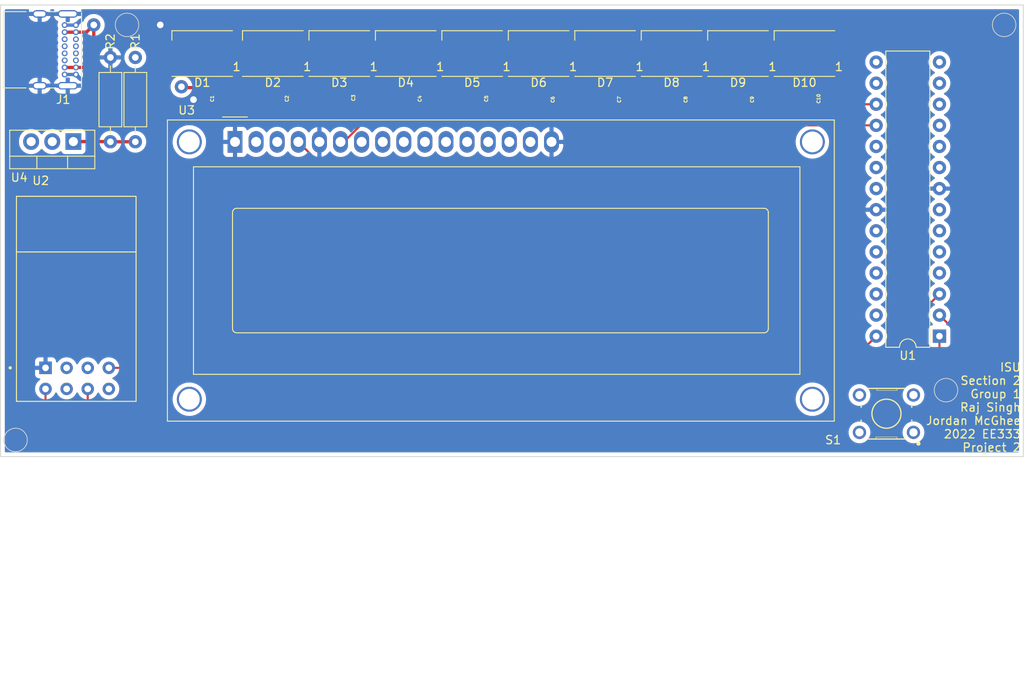
<source format=kicad_pcb>
(kicad_pcb (version 20211014) (generator pcbnew)
  (layers (0 "F.Cu" signal) (1 "In1.Cu" signal) (2 "In2.Cu" signal) (31 "B.Cu" signal) (34 "B.Paste" user) (35 "F.Paste" user) (36 "B.SilkS" user "B.Silkscreen") (37 "F.SilkS" user "F.Silkscreen") (38 "B.Mask" user) (39 "F.Mask" user) (44 "Edge.Cuts" user))
  (net 0 "")
  (net 1 "GND")
  (net 2 "+3.3V")
  (net 3 "Net-(D1-Pad2)")
  (net 4 "/LED")
  (net 5 "Net-(D3-Pad2)")
  (net 6 "Net-(D4-Pad2)")
  (net 7 "Net-(D2-Pad2)")
  (net 8 "Net-(D5-Pad2)")
  (net 9 "Net-(D6-Pad2)")
  (net 10 "Net-(D8-Pad2)")
  (net 11 "+5V")
  (net 12 "Net-(D7-Pad2)")
  (net 14 "Net-(D10-Pad4)")
  (net 23 "/RESET")
  (net 24 "/RX")
  (net 25 "/TX")
  (net 26 "/D3")
  (net 27 "/D2")
  (net 28 "/D1")
  (net 29 "Net-(R1-Pad2)")
  (net 32 "/D0")
  (net 33 "/Button")
  (net 42 "/E")
  (net 43 "/RS")
  (footprint "CAPC2012X140N:CAPC2012X140N" (layer "F.Cu") (at 162.55 46.555 90)
    (fp_text reference "C8" (at -0.44 -1.3 90) (layer "F.SilkS") (effects (font (size 0.393701 0.393701))))
    (fp_text value ".01uf")
    (pad "1" smd rect locked (at -0.895 0 90) (size 1.08 1.42) (layers "F.Cu" "F.Paste" "F.Mask") (net 1 "GND"))
    (pad "2" smd rect locked (at 0.895 0 90) (size 1.08 1.42) (layers "F.Cu" "F.Paste" "F.Mask") (net 2 "+3.3V"))
  )
  (footprint "LED_SMD:LED_WS2812B_PLCC4_5.0x5.0mm_P3.2mm" (layer "F.Cu") (at 135.55 41.45 180)
    (fp_text reference "D5" (at 0 -3.5) (layer "F.SilkS"))
    (fp_text value "WS2812B")
    (fp_text user "1" (at -4.15 -1.6) (layer "F.SilkS"))
    (fp_line (start -3.65 -2.75) (end 3.65 -2.75) (layer "F.SilkS") (width 0.12))
    (fp_line (start -3.65 2.75) (end 3.65 2.75) (layer "F.SilkS") (width 0.12))
    (fp_line (start 3.65 2.75) (end 3.65 1.6) (layer "F.SilkS") (width 0.12))
    (pad "1" smd rect (at -2.45 -1.65 180) (size 1.5 0.9) (layers "F.Cu" "F.Paste" "F.Mask") (net 2 "+3.3V"))
    (pad "2" smd rect (at -2.45 1.65 180) (size 1.5 0.9) (layers "F.Cu" "F.Paste" "F.Mask") (net 8 "Net-(D5-Pad2)"))
    (pad "3" smd rect (at 2.45 1.65 180) (size 1.5 0.9) (layers "F.Cu" "F.Paste" "F.Mask") (net 1 "GND"))
    (pad "4" smd rect (at 2.45 -1.65 180) (size 1.5 0.9) (layers "F.Cu" "F.Paste" "F.Mask") (net 6 "Net-(D4-Pad2)"))
  )
  (footprint "LED_SMD:LED_WS2812B_PLCC4_5.0x5.0mm_P3.2mm" (layer "F.Cu") (at 119.55 41.45 180)
    (fp_text reference "D3" (at 0 -3.5) (layer "F.SilkS"))
    (fp_text value "WS2812B")
    (fp_text user "1" (at -4.15 -1.6) (layer "F.SilkS"))
    (fp_line (start -3.65 2.75) (end 3.65 2.75) (layer "F.SilkS") (width 0.12))
    (fp_line (start 3.65 2.75) (end 3.65 1.6) (layer "F.SilkS") (width 0.12))
    (fp_line (start -3.65 -2.75) (end 3.65 -2.75) (layer "F.SilkS") (width 0.12))
    (pad "1" smd rect (at -2.45 -1.65 180) (size 1.5 0.9) (layers "F.Cu" "F.Paste" "F.Mask") (net 2 "+3.3V"))
    (pad "2" smd rect (at -2.45 1.65 180) (size 1.5 0.9) (layers "F.Cu" "F.Paste" "F.Mask") (net 5 "Net-(D3-Pad2)"))
    (pad "3" smd rect (at 2.45 1.65 180) (size 1.5 0.9) (layers "F.Cu" "F.Paste" "F.Mask") (net 1 "GND"))
    (pad "4" smd rect (at 2.45 -1.65 180) (size 1.5 0.9) (layers "F.Cu" "F.Paste" "F.Mask") (net 7 "Net-(D2-Pad2)"))
  )
  (footprint "CAPC2012X140N:CAPC2012X140N" (layer "F.Cu") (at 114.55 46.45 90)
    (fp_text reference "C2" (at -0.44 -1.3 90) (layer "F.SilkS") (effects (font (size 0.393701 0.393701))))
    (fp_text value ".01uf")
    (pad "1" smd rect locked (at -0.895 0 90) (size 1.08 1.42) (layers "F.Cu" "F.Paste" "F.Mask") (net 1 "GND"))
    (pad "2" smd rect locked (at 0.895 0 90) (size 1.08 1.42) (layers "F.Cu" "F.Paste" "F.Mask") (net 2 "+3.3V"))
  )
  (footprint "CAPC2012X140N:CAPC2012X140N" (layer "F.Cu") (at 154.55 46.555 90)
    (fp_text reference "C7" (at -0.44 -1.3 90) (layer "F.SilkS") (effects (font (size 0.393701 0.393701))))
    (fp_text value ".01uf")
    (pad "1" smd rect locked (at -0.895 0 90) (size 1.08 1.42) (layers "F.Cu" "F.Paste" "F.Mask") (net 1 "GND"))
    (pad "2" smd rect locked (at 0.895 0 90) (size 1.08 1.42) (layers "F.Cu" "F.Paste" "F.Mask") (net 2 "+3.3V"))
  )
  (footprint "Package_TO_SOT_THT:TO-220-3_Vertical" (layer "F.Cu") (at 87.54 52.055 180)
    (fp_text reference "U4" (at 6.514 -4.333) (layer "F.SilkS"))
    (fp_text value "LM317")
    (fp_line (start -2.58 -3.27) (end -2.58 1.371) (layer "F.SilkS") (width 0.12))
    (fp_line (start 4.391 -3.27) (end 4.391 -1.76) (layer "F.SilkS") (width 0.12))
    (fp_line (start -2.58 -1.76) (end 7.66 -1.76) (layer "F.SilkS") (width 0.12))
    (fp_line (start 7.66 -3.27) (end 7.66 1.371) (layer "F.SilkS") (width 0.12))
    (fp_line (start -2.58 -3.27) (end 7.66 -3.27) (layer "F.SilkS") (width 0.12))
    (fp_line (start -2.58 1.371) (end 7.66 1.371) (layer "F.SilkS") (width 0.12))
    (fp_line (start 0.69 -3.27) (end 0.69 -1.76) (layer "F.SilkS") (width 0.12))
    (pad "1" thru_hole rect (at 0 0 180) (size 1.905 2) (drill 1.1) (layers *.Cu *.Mask) (net 29 "Net-(R1-Pad2)"))
    (pad "2" thru_hole oval (at 2.54 0 180) (size 1.905 2) (drill 1.1) (layers *.Cu *.Mask) (net 2 "+3.3V"))
    (pad "3" thru_hole oval (at 5.08 0 180) (size 1.905 2) (drill 1.1) (layers *.Cu *.Mask) (net 11 "+5V"))
  )
  (footprint "LED_SMD:LED_WS2812B_PLCC4_5.0x5.0mm_P3.2mm" (layer "F.Cu") (at 143.55 41.45 180)
    (fp_text reference "D6" (at 0 -3.5) (layer "F.SilkS"))
    (fp_text value "WS2812B")
    (fp_text user "1" (at -4.15 -1.6) (layer "F.SilkS"))
    (fp_line (start -3.65 -2.75) (end 3.65 -2.75) (layer "F.SilkS") (width 0.12))
    (fp_line (start -3.65 2.75) (end 3.65 2.75) (layer "F.SilkS") (width 0.12))
    (fp_line (start 3.65 2.75) (end 3.65 1.6) (layer "F.SilkS") (width 0.12))
    (pad "1" smd rect (at -2.45 -1.65 180) (size 1.5 0.9) (layers "F.Cu" "F.Paste" "F.Mask") (net 2 "+3.3V"))
    (pad "2" smd rect (at -2.45 1.65 180) (size 1.5 0.9) (layers "F.Cu" "F.Paste" "F.Mask") (net 9 "Net-(D6-Pad2)"))
    (pad "3" smd rect (at 2.45 1.65 180) (size 1.5 0.9) (layers "F.Cu" "F.Paste" "F.Mask") (net 1 "GND"))
    (pad "4" smd rect (at 2.45 -1.65 180) (size 1.5 0.9) (layers "F.Cu" "F.Paste" "F.Mask") (net 8 "Net-(D5-Pad2)"))
  )
  (footprint "LED_SMD:LED_WS2812B_PLCC4_5.0x5.0mm_P3.2mm" (layer "F.Cu") (at 167.55 41.45 180)
    (fp_text reference "D9" (at 0 -3.5) (layer "F.SilkS"))
    (fp_text value "WS2812B")
    (fp_text user "1" (at -4.15 -1.6) (layer "F.SilkS"))
    (fp_line (start -3.65 2.75) (end 3.65 2.75) (layer "F.SilkS") (width 0.12))
    (fp_line (start -3.65 -2.75) (end 3.65 -2.75) (layer "F.SilkS") (width 0.12))
    (fp_line (start 3.65 2.75) (end 3.65 1.6) (layer "F.SilkS") (width 0.12))
    (pad "1" smd rect (at -2.45 -1.65 180) (size 1.5 0.9) (layers "F.Cu" "F.Paste" "F.Mask") (net 2 "+3.3V"))
    (pad "2" smd rect (at -2.45 1.65 180) (size 1.5 0.9) (layers "F.Cu" "F.Paste" "F.Mask") (net 14 "Net-(D10-Pad4)"))
    (pad "3" smd rect (at 2.45 1.65 180) (size 1.5 0.9) (layers "F.Cu" "F.Paste" "F.Mask") (net 1 "GND"))
    (pad "4" smd rect (at 2.45 -1.65 180) (size 1.5 0.9) (layers "F.Cu" "F.Paste" "F.Mask") (net 10 "Net-(D8-Pad2)"))
  )
  (footprint "ESP8266-01_ESP-01:XCVR_ESP8266-01_ESP-01" (layer "F.Cu") (at 88 71)
    (fp_text reference "U2" (at -4.385 -14.235) (layer "F.SilkS"))
    (fp_text value "ESP8266")
    (fp_line (start 7.09 12.35) (end -7.31 12.35) (layer "F.SilkS") (width 0.127))
    (fp_line (start -7.31 12.35) (end -7.31 -5.65) (layer "F.SilkS") (width 0.127))
    (fp_line (start -7.31 -12.35) (end 7.09 -12.35) (layer "F.SilkS") (width 0.127))
    (fp_line (start 7.09 -12.35) (end 7.09 -5.65) (layer "F.SilkS") (width 0.127))
    (fp_line (start 7.09 -5.65) (end 7.09 12.35) (layer "F.SilkS") (width 0.127))
    (fp_line (start 7.09 -5.65) (end -7.31 -5.65) (layer "F.SilkS") (width 0.127))
    (fp_line (start -7.31 -5.65) (end -7.31 -12.35) (layer "F.SilkS") (width 0.127))
    (fp_circle (center -8.06 8.31) (end -7.96 8.31) (layer "F.SilkS") (width 0.2) (fill none))
    (pad "1" thru_hole rect locked (at -3.81 8.31) (size 1.5 1.5) (drill 0.8) (layers *.Cu *.Mask) (net 1 "GND"))
    (pad "2" thru_hole circle locked (at -1.27 8.31) (size 1.5 1.5) (drill 0.8) (layers *.Cu *.Mask))
    (pad "3" thru_hole circle locked (at 1.27 8.31) (size 1.5 1.5) (drill 0.8) (layers *.Cu *.Mask))
    (pad "4" thru_hole circle locked (at 3.81 8.31) (size 1.5 1.5) (drill 0.8) (layers *.Cu *.Mask) (net 25 "/TX"))
    (pad "5" thru_hole circle locked (at -3.81 10.85) (size 1.5 1.5) (drill 0.8) (layers *.Cu *.Mask) (net 24 "/RX"))
    (pad "6" thru_hole circle locked (at -1.27 10.85) (size 1.5 1.5) (drill 0.8) (layers *.Cu *.Mask) (net 2 "+3.3V"))
    (pad "7" thru_hole circle locked (at 1.27 10.85) (size 1.5 1.5) (drill 0.8) (layers *.Cu *.Mask) (net 23 "/RESET"))
    (pad "8" thru_hole circle locked (at 3.81 10.85) (size 1.5 1.5) (drill 0.8) (layers *.Cu *.Mask) (net 2 "+3.3V"))
  )
  (footprint "LED_SMD:LED_WS2812B_PLCC4_5.0x5.0mm_P3.2mm" (layer "F.Cu") (at 175.55 41.45 180)
    (fp_text reference "D10" (at 0 -3.5) (layer "F.SilkS"))
    (fp_text value "WS2812B")
    (fp_text user "1" (at -4.15 -1.6) (layer "F.SilkS"))
    (fp_line (start -3.65 2.75) (end 3.65 2.75) (layer "F.SilkS") (width 0.12))
    (fp_line (start -3.65 -2.75) (end 3.65 -2.75) (layer "F.SilkS") (width 0.12))
    (fp_line (start 3.65 2.75) (end 3.65 1.6) (layer "F.SilkS") (width 0.12))
    (pad "1" smd rect (at -2.45 -1.65 180) (size 1.5 0.9) (layers "F.Cu" "F.Paste" "F.Mask") (net 2 "+3.3V"))
    (pad "2" smd rect (at -2.45 1.65 180) (size 1.5 0.9) (layers "F.Cu" "F.Paste" "F.Mask"))
    (pad "3" smd rect (at 2.45 1.65 180) (size 1.5 0.9) (layers "F.Cu" "F.Paste" "F.Mask") (net 1 "GND"))
    (pad "4" smd rect (at 2.45 -1.65 180) (size 1.5 0.9) (layers "F.Cu" "F.Paste" "F.Mask") (net 14 "Net-(D10-Pad4)"))
  )
  (footprint "CAPC2012X140N:CAPC2012X140N" (layer "F.Cu") (at 122.55 46.345 90)
    (fp_text reference "C3" (at -0.44 -1.3 90) (layer "F.SilkS") (effects (font (size 0.393701 0.393701))))
    (fp_text value ".01uf")
    (pad "1" smd rect locked (at -0.895 0 90) (size 1.08 1.42) (layers "F.Cu" "F.Paste" "F.Mask") (net 1 "GND"))
    (pad "2" smd rect locked (at 0.895 0 90) (size 1.08 1.42) (layers "F.Cu" "F.Paste" "F.Mask") (net 2 "+3.3V"))
  )
  (footprint "LED_SMD:LED_WS2812B_PLCC4_5.0x5.0mm_P3.2mm" (layer "F.Cu") (at 151.55 41.45 180)
    (fp_text reference "D7" (at 0 -3.5) (layer "F.SilkS"))
    (fp_text value "WS2812B")
    (fp_text user "1" (at -4.15 -1.6) (layer "F.SilkS"))
    (fp_line (start 3.65 2.75) (end 3.65 1.6) (layer "F.SilkS") (width 0.12))
    (fp_line (start -3.65 -2.75) (end 3.65 -2.75) (layer "F.SilkS") (width 0.12))
    (fp_line (start -3.65 2.75) (end 3.65 2.75) (layer "F.SilkS") (width 0.12))
    (pad "1" smd rect (at -2.45 -1.65 180) (size 1.5 0.9) (layers "F.Cu" "F.Paste" "F.Mask") (net 2 "+3.3V"))
    (pad "2" smd rect (at -2.45 1.65 180) (size 1.5 0.9) (layers "F.Cu" "F.Paste" "F.Mask") (net 12 "Net-(D7-Pad2)"))
    (pad "3" smd rect (at 2.45 1.65 180) (size 1.5 0.9) (layers "F.Cu" "F.Paste" "F.Mask") (net 1 "GND"))
    (pad "4" smd rect (at 2.45 -1.65 180) (size 1.5 0.9) (layers "F.Cu" "F.Paste" "F.Mask") (net 9 "Net-(D6-Pad2)"))
  )
  (footprint "Display:WC1602A" (layer "F.Cu") (at 107 52.0925)
    (fp_text reference "U3" (at -5.82 -3.81) (layer "F.SilkS"))
    (fp_text value "WC1602A")
    (fp_line (start 64.2 8.5) (end 64.2 22.5) (layer "F.SilkS") (width 0.12))
    (fp_line (start -8.14 33.64) (end 72.14 33.64) (layer "F.SilkS") (width 0.12))
    (fp_line (start -5 28) (end -5 3) (layer "F.SilkS") (width 0.12))
    (fp_line (start 68 3) (end 68 28) (layer "F.SilkS") (width 0.12))
    (fp_line (start -1.5 -3) (end 1.5 -3) (layer "F.SilkS") (width 0.12))
    (fp_line (start 72.14 33.64) (end 72.14 -2.64) (layer "F.SilkS") (width 0.12))
    (fp_line (start -8.14 -2.64) (end -8.14 33.64) (layer "F.SilkS") (width 0.12))
    (fp_line (start 63.70066 23) (end 0.2 23) (layer "F.SilkS") (width 0.12))
    (fp_line (start 72.14 -2.64) (end -7.34 -2.64) (layer "F.SilkS") (width 0.12))
    (fp_line (start 0.2 8) (end 63.7 8) (layer "F.SilkS") (width 0.12))
    (fp_line (start -5 3) (end 68 3) (layer "F.SilkS") (width 0.12))
    (fp_line (start 68 28) (end -5 28) (layer "F.SilkS") (width 0.12))
    (fp_line (start -0.29972 22.49932) (end -0.29972 8.5) (layer "F.SilkS") (width 0.12))
    (fp_line (start -8.13 -2.64) (end -7.34 -2.64) (layer "F.SilkS") (width 0.12))
    (fp_arc (start 0.20066 22.9997) (mid -0.153162 22.853142) (end -0.29972 22.49932) (layer "F.SilkS") (width 0.12))
    (fp_arc (start -0.29972 8.49884) (mid -0.153162 8.145018) (end 0.20066 7.99846) (layer "F.SilkS") (width 0.12))
    (fp_arc (start 63.7 8) (mid 64.053553 8.146447) (end 64.2 8.5) (layer "F.SilkS") (width 0.12))
    (fp_arc (start 64.20104 22.49932) (mid 64.054479 22.85315) (end 63.70066 22.9997) (layer "F.SilkS") (width 0.12))
    (pad "" thru_hole circle (at -5.4991 0) (size 3 3) (drill 2.5) (layers *.Cu *.Mask))
    (pad "" thru_hole circle (at -5.4991 31.0007) (size 3 3) (drill 2.5) (layers *.Cu *.Mask))
    (pad "" thru_hole circle (at 69.49948 31.0007) (size 3 3) (drill 2.5) (layers *.Cu *.Mask))
    (pad "" thru_hole circle (at 69.5 0) (size 3 3) (drill 2.5) (layers *.Cu *.Mask))
    (pad "1" thru_hole rect (at 0 0) (size 1.8 2.6) (drill 1.2) (layers *.Cu *.Mask) (net 1 "GND"))
    (pad "2" thru_hole oval (at 2.54 0) (size 1.8 2.6) (drill 1.2) (layers *.Cu *.Mask) (net 11 "+5V"))
    (pad "3" thru_hole oval (at 5.08 0) (size 1.8 2.6) (drill 1.2) (layers *.Cu *.Mask) (net 11 "+5V"))
    (pad "4" thru_hole oval (at 7.62 0) (size 1.8 2.6) (drill 1.2) (layers *.Cu *.Mask) (net 43 "/RS"))
    (pad "5" thru_hole oval (at 10.16 0) (size 1.8 2.6) (drill 1.2) (layers *.Cu *.Mask) (net 1 "GND"))
    (pad "6" thru_hole oval (at 12.7 0) (size 1.8 2.6) (drill 1.2) (layers *.Cu *.Mask) (net 42 "/E"))
    (pad "7" thru_hole oval (at 15.24 0) (size 1.8 2.6) (drill 1.2) (layers *.Cu *.Mask))
    (pad "8" thru_hole oval (at 17.78 0) (size 1.8 2.6) (drill 1.2) (layers *.Cu *.Mask))
    (pad "9" thru_hole oval (at 20.32 0) (size 1.8 2.6) (drill 1.2) (layers *.Cu *.Mask))
    (pad "10" thru_hole oval (at 22.86 0) (size 1.8 2.6) (drill 1.2) (layers *.Cu *.Mask))
    (pad "11" thru_hole oval (at 25.4 0) (size 1.8 2.6) (drill 1.2) (layers *.Cu *.Mask) (net 32 "/D0"))
    (pad "12" thru_hole oval (at 27.94 0) (size 1.8 2.6) (drill 1.2) (layers *.Cu *.Mask) (net 28 "/D1"))
    (pad "13" thru_hole oval (at 30.48 0) (size 1.8 2.6) (drill 1.2) (layers *.Cu *.Mask) (net 27 "/D2"))
    (pad "14" thru_hole oval (at 33.02 0) (size 1.8 2.6) (drill 1.2) (layers *.Cu *.Mask) (net 26 "/D3"))
    (pad "15" thru_hole oval (at 35.56 0) (size 1.8 2.6) (drill 1.2) (layers *.Cu *.Mask) (net 2 "+3.3V"))
    (pad "16" thru_hole oval (at 38.1 0) (size 1.8 2.6) (drill 1.2) (layers *.Cu *.Mask) (net 1 "GND"))
  )
  (footprint "CAPC2012X140N:CAPC2012X140N" (layer "F.Cu") (at 105.55 46.45 90)
    (fp_text reference "C1" (at -0.44 -1.3 90) (layer "F.SilkS") (effects (font (size 0.393701 0.393701))))
    (fp_text value ".01uf")
    (pad "1" smd rect locked (at -0.895 0 90) (size 1.08 1.42) (layers "F.Cu" "F.Paste" "F.Mask") (net 1 "GND"))
    (pad "2" smd rect locked (at 0.895 0 90) (size 1.08 1.42) (layers "F.Cu" "F.Paste" "F.Mask") (net 2 "+3.3V"))
  )
  (footprint "CAPC2012X140N:CAPC2012X140N" (layer "F.Cu") (at 146.55 46.555 90)
    (fp_text reference "C6" (at -0.44 -1.3 90) (layer "F.SilkS") (effects (font (size 0.393701 0.393701))))
    (fp_text value ".01uf")
    (pad "1" smd rect locked (at -0.895 0 90) (size 1.08 1.42) (layers "F.Cu" "F.Paste" "F.Mask") (net 1 "GND"))
    (pad "2" smd rect locked (at 0.895 0 90) (size 1.08 1.42) (layers "F.Cu" "F.Paste" "F.Mask") (net 2 "+3.3V"))
  )
  (footprint "LED_SMD:LED_WS2812B_PLCC4_5.0x5.0mm_P3.2mm" (layer "F.Cu") (at 111.55 41.45 180)
    (fp_text reference "D2" (at 0 -3.5) (layer "F.SilkS"))
    (fp_text value "WS2812B")
    (fp_text user "1" (at -4.15 -1.6) (layer "F.SilkS"))
    (fp_line (start 3.65 2.75) (end 3.65 1.6) (layer "F.SilkS") (width 0.12))
    (fp_line (start -3.65 -2.75) (end 3.65 -2.75) (layer "F.SilkS") (width 0.12))
    (fp_line (start -3.65 2.75) (end 3.65 2.75) (layer "F.SilkS") (width 0.12))
    (pad "1" smd rect (at -2.45 -1.65 180) (size 1.5 0.9) (layers "F.Cu" "F.Paste" "F.Mask") (net 2 "+3.3V"))
    (pad "2" smd rect (at -2.45 1.65 180) (size 1.5 0.9) (layers "F.Cu" "F.Paste" "F.Mask") (net 7 "Net-(D2-Pad2)"))
    (pad "3" smd rect (at 2.45 1.65 180) (size 1.5 0.9) (layers "F.Cu" "F.Paste" "F.Mask") (net 1 "GND"))
    (pad "4" smd rect (at 2.45 -1.65 180) (size 1.5 0.9) (layers "F.Cu" "F.Paste" "F.Mask") (net 3 "Net-(D1-Pad2)"))
  )
  (footprint "Package_DIP:DIP-28_W7.62mm" (layer "F.Cu") (at 191.8 75.5 180)
    (fp_text reference "U1" (at 3.81 -2.33) (layer "F.SilkS"))
    (fp_text value "ATmega328P")
    (fp_line (start 6.46 -1.33) (end 4.81 -1.33) (layer "F.SilkS") (width 0.12))
    (fp_line (start 6.46 34.35) (end 6.46 -1.33) (layer "F.SilkS") (width 0.12))
    (fp_line (start 1.16 34.35) (end 6.46 34.35) (layer "F.SilkS") (width 0.12))
    (fp_line (start 1.16 -1.33) (end 1.16 34.35) (layer "F.SilkS") (width 0.12))
    (fp_line (start 2.81 -1.33) (end 1.16 -1.33) (layer "F.SilkS") (width 0.12))
    (fp_arc (start 4.81 -1.33) (mid 3.81 -0.33) (end 2.81 -1.33) (layer "F.SilkS") (width 0.12))
    (pad "1" thru_hole rect (at 0 0 180) (size 1.6 1.6) (drill 0.8) (layers *.Cu *.Mask) (net 23 "/RESET"))
    (pad "2" thru_hole oval (at 0 2.54 180) (size 1.6 1.6) (drill 0.8) (layers *.Cu *.Mask) (net 24 "/RX"))
    (pad "3" thru_hole oval (at 0 5.08 180) (size 1.6 1.6) (drill 0.8) (layers *.Cu *.Mask) (net 25 "/TX"))
    (pad "4" thru_hole oval (at 0 7.62 180) (size 1.6 1.6) (drill 0.8) (layers *.Cu *.Mask) (net 26 "/D3"))
    (pad "5" thru_hole oval (at 0 10.16 180) (size 1.6 1.6) (drill 0.8) (layers *.Cu *.Mask) (net 27 "/D2"))
    (pad "6" thru_hole oval (at 0 12.7 180) (size 1.6 1.6) (drill 0.8) (layers *.Cu *.Mask) (net 28 "/D1"))
    (pad "7" thru_hole oval (at 0 15.24 180) (size 1.6 1.6) (drill 0.8) (layers *.Cu *.Mask) (net 11 "+5V"))
    (pad "8" thru_hole oval (at 0 17.78 180) (size 1.6 1.6) (drill 0.8) (layers *.Cu *.Mask) (net 1 "GND"))
    (pad "9" thru_hole oval (at 0 20.32 180) (size 1.6 1.6) (drill 0.8) (layers *.Cu *.Mask))
    (pad "10" thru_hole oval (at 0 22.86 180) (size 1.6 1.6) (drill 0.8) (layers *.Cu *.Mask))
    (pad "11" thru_hole oval (at 0 25.4 180) (size 1.6 1.6) (drill 0.8) (layers *.Cu *.Mask) (net 32 "/D0"))
    (pad "12" thru_hole oval (at 0 27.94 180) (size 1.6 1.6) (drill 0.8) (layers *.Cu *.Mask) (net 33 "/Button"))
    (pad "13" thru_hole oval (at 0 30.48 180) (size 1.6 1.6) (drill 0.8) (layers *.Cu *.Mask))
    (pad "14" thru_hole oval (at 0 33.02 180) (size 1.6 1.6) (drill 0.8) (layers *.Cu *.Mask))
    (pad "15" thru_hole oval (at 7.62 33.02 180) (size 1.6 1.6) (drill 0.8) (layers *.Cu *.Mask))
    (pad "16" thru_hole oval (at 7.62 30.48 180) (size 1.6 1.6) (drill 0.8) (layers *.Cu *.Mask))
    (pad "17" thru_hole oval (at 7.62 27.94 180) (size 1.6 1.6) (drill 0.8) (layers *.Cu *.Mask) (net 42 "/E"))
    (pad "18" thru_hole oval (at 7.62 25.4 180) (size 1.6 1.6) (drill 0.8) (layers *.Cu *.Mask) (net 43 "/RS"))
    (pad "19" thru_hole oval (at 7.62 22.86 180) (size 1.6 1.6) (drill 0.8) (layers *.Cu *.Mask))
    (pad "20" thru_hole oval (at 7.62 20.32 180) (size 1.6 1.6) (drill 0.8) (layers *.Cu *.Mask) (net 11 "+5V"))
    (pad "21" thru_hole oval (at 7.62 17.78 180) (size 1.6 1.6) (drill 0.8) (layers *.Cu *.Mask))
    (pad "22" thru_hole oval (at 7.62 15.24 180) (size 1.6 1.6) (drill 0.8) (layers *.Cu *.Mask) (net 1 "GND"))
    (pad "23" thru_hole oval (at 7.62 12.7 180) (size 1.6 1.6) (drill 0.8) (layers *.Cu *.Mask))
    (pad "24" thru_hole oval (at 7.62 10.16 180) (size 1.6 1.6) (drill 0.8) (layers *.Cu *.Mask))
    (pad "25" thru_hole oval (at 7.62 7.62 180) (size 1.6 1.6) (drill 0.8) (layers *.Cu *.Mask))
    (pad "26" thru_hole oval (at 7.62 5.08 180) (size 1.6 1.6) (drill 0.8) (layers *.Cu *.Mask))
    (pad "27" thru_hole oval (at 7.62 2.54 180) (size 1.6 1.6) (drill 0.8) (layers *.Cu *.Mask))
    (pad "28" thru_hole oval (at 7.62 0 180) (size 1.6 1.6) (drill 0.8) (layers *.Cu *.Mask) (net 4 "/LED"))
  )
  (footprint "CAPC2012X140N:CAPC2012X140N" (layer "F.Cu") (at 170.55 46.555 90)
    (fp_text reference "C9" (at -0.44 -1.3 90) (layer "F.SilkS") (effects (font (size 0.393701 0.393701))))
    (fp_text value ".01uf")
    (pad "1" smd rect locked (at -0.895 0 90) (size 1.08 1.42) (layers "F.Cu" "F.Paste" "F.Mask") (net 1 "GND"))
    (pad "2" smd rect locked (at 0.895 0 90) (size 1.08 1.42) (layers "F.Cu" "F.Paste" "F.Mask") (net 2 "+3.3V"))
  )
  (footprint "Resistor_THT:R_Axial_DIN0207_L6.3mm_D2.5mm_P10.16mm_Horizontal" (layer "F.Cu") (at 95 41.92 -90)
    (fp_text reference "R1" (at -1.92 0 90) (layer "F.SilkS"))
    (fp_text value "470")
    (fp_line (start 9.12 0) (end 8.35 0) (layer "F.SilkS") (width 0.12))
    (fp_line (start 8.35 -1.37) (end 1.81 -1.37) (layer "F.SilkS") (width 0.12))
    (fp_line (start 8.35 1.37) (end 8.35 -1.37) (layer "F.SilkS") (width 0.12))
    (fp_line (start 1.81 1.37) (end 8.35 1.37) (layer "F.SilkS") (width 0.12))
    (fp_line (start 1.81 -1.37) (end 1.81 1.37) (layer "F.SilkS") (width 0.12))
    (fp_line (start 1.04 0) (end 1.81 0) (layer "F.SilkS") (width 0.12))
    (pad "1" thru_hole circle (at 0 0 270) (size 1.6 1.6) (drill 0.8) (layers *.Cu *.Mask) (net 2 "+3.3V"))
    (pad "2" thru_hole oval (at 10.16 0 270) (size 1.6 1.6) (drill 0.8) (layers *.Cu *.Mask) (net 29 "Net-(R1-Pad2)"))
  )
  (footprint "CAPC2012X140N:CAPC2012X140N" (layer "F.Cu") (at 138.55 46.45 90)
    (fp_text reference "C5" (at -0.44 -1.3 90) (layer "F.SilkS") (effects (font (size 0.393701 0.393701))))
    (fp_text value ".01uf")
    (pad "1" smd rect locked (at -0.895 0 90) (size 1.08 1.42) (layers "F.Cu" "F.Paste" "F.Mask") (net 1 "GND"))
    (pad "2" smd rect locked (at 0.895 0 90) (size 1.08 1.42) (layers "F.Cu" "F.Paste" "F.Mask") (net 2 "+3.3V"))
  )
  (footprint "LED_SMD:LED_WS2812B_PLCC4_5.0x5.0mm_P3.2mm" (layer "F.Cu") (at 103.05 41.45 180)
    (fp_text reference "D1" (at 0 -3.5) (layer "F.SilkS"))
    (fp_text value "WS2812B")
    (fp_text user "1" (at -4.15 -1.6) (layer "F.SilkS"))
    (fp_line (start 3.65 2.75) (end 3.65 1.6) (layer "F.SilkS") (width 0.12))
    (fp_line (start -3.65 -2.75) (end 3.65 -2.75) (layer "F.SilkS") (width 0.12))
    (fp_line (start -3.65 2.75) (end 3.65 2.75) (layer "F.SilkS") (width 0.12))
    (pad "1" smd rect (at -2.45 -1.65 180) (size 1.5 0.9) (layers "F.Cu" "F.Paste" "F.Mask") (net 2 "+3.3V"))
    (pad "2" smd rect (at -2.45 1.65 180) (size 1.5 0.9) (layers "F.Cu" "F.Paste" "F.Mask") (net 3 "Net-(D1-Pad2)"))
    (pad "3" smd rect (at 2.45 1.65 180) (size 1.5 0.9) (layers "F.Cu" "F.Paste" "F.Mask") (net 1 "GND"))
    (pad "4" smd rect (at 2.45 -1.65 180) (size 1.5 0.9) (layers "F.Cu" "F.Paste" "F.Mask") (net 4 "/LED"))
  )
  (footprint "CAPC2012X140N:CAPC2012X140N" (layer "F.Cu") (at 130.55 46.45 90)
    (fp_text reference "C4" (at -0.44 -1.3 90) (layer "F.SilkS") (effects (font (size 0.393701 0.393701))))
    (fp_text value ".01uf")
    (pad "1" smd rect locked (at -0.895 0 90) (size 1.08 1.42) (layers "F.Cu" "F.Paste" "F.Mask") (net 1 "GND"))
    (pad "2" smd rect locked (at 0.895 0 90) (size 1.08 1.42) (layers "F.Cu" "F.Paste" "F.Mask") (net 2 "+3.3V"))
  )
  (footprint "Resistor_THT:R_Axial_DIN0207_L6.3mm_D2.5mm_P10.16mm_Horizontal" (layer "F.Cu") (at 92 52.08 90)
    (fp_text reference "R2" (at 12.08 0 90) (layer "F.SilkS"))
    (fp_text value "680")
    (fp_line (start 1.81 1.37) (end 8.35 1.37) (layer "F.SilkS") (width 0.12))
    (fp_line (start 1.04 0) (end 1.81 0) (layer "F.SilkS") (width 0.12))
    (fp_line (start 9.12 0) (end 8.35 0) (layer "F.SilkS") (width 0.12))
    (fp_line (start 8.35 -1.37) (end 1.81 -1.37) (layer "F.SilkS") (width 0.12))
    (fp_line (start 1.81 -1.37) (end 1.81 1.37) (layer "F.SilkS") (width 0.12))
    (fp_line (start 8.35 1.37) (end 8.35 -1.37) (layer "F.SilkS") (width 0.12))
    (pad "1" thru_hole circle (at 0 0 90) (size 1.6 1.6) (drill 0.8) (layers *.Cu *.Mask) (net 29 "Net-(R1-Pad2)"))
    (pad "2" thru_hole oval (at 10.16 0 90) (size 1.6 1.6) (drill 0.8) (layers *.Cu *.Mask) (net 1 "GND"))
  )
  (footprint "LED_SMD:LED_WS2812B_PLCC4_5.0x5.0mm_P3.2mm" (layer "F.Cu") (at 159.55 41.45 180)
    (fp_text reference "D8" (at 0 -3.5) (layer "F.SilkS"))
    (fp_text value "WS2812B")
    (fp_text user "1" (at -4.15 -1.6) (layer "F.SilkS"))
    (fp_line (start -3.65 2.75) (end 3.65 2.75) (layer "F.SilkS") (width 0.12))
    (fp_line (start 3.65 2.75) (end 3.65 1.6) (layer "F.SilkS") (width 0.12))
    (fp_line (start -3.65 -2.75) (end 3.65 -2.75) (layer "F.SilkS") (width 0.12))
    (pad "1" smd rect (at -2.45 -1.65 180) (size 1.5 0.9) (layers "F.Cu" "F.Paste" "F.Mask") (net 2 "+3.3V"))
    (pad "2" smd rect (at -2.45 1.65 180) (size 1.5 0.9) (layers "F.Cu" "F.Paste" "F.Mask") (net 10 "Net-(D8-Pad2)"))
    (pad "3" smd rect (at 2.45 1.65 180) (size 1.5 0.9) (layers "F.Cu" "F.Paste" "F.Mask") (net 1 "GND"))
    (pad "4" smd rect (at 2.45 -1.65 180) (size 1.5 0.9) (layers "F.Cu" "F.Paste" "F.Mask") (net 12 "Net-(D7-Pad2)"))
  )
  (footprint "LED_SMD:LED_WS2812B_PLCC4_5.0x5.0mm_P3.2mm" (layer "F.Cu") (at 127.55 41.45 180)
    (fp_text reference "D4" (at 0 -3.5) (layer "F.SilkS"))
    (fp_text value "WS2812B")
    (fp_text user "1" (at -4.15 -1.6) (layer "F.SilkS"))
    (fp_line (start -3.65 -2.75) (end 3.65 -2.75) (layer "F.SilkS") (width 0.12))
    (fp_line (start 3.65 2.75) (end 3.65 1.6) (layer "F.SilkS") (width 0.12))
    (fp_line (start -3.65 2.75) (end 3.65 2.75) (layer "F.SilkS") (width 0.12))
    (pad "1" smd rect (at -2.45 -1.65 180) (size 1.5 0.9) (layers "F.Cu" "F.Paste" "F.Mask") (net 2 "+3.3V"))
    (pad "2" smd rect (at -2.45 1.65 180) (size 1.5 0.9) (layers "F.Cu" "F.Paste" "F.Mask") (net 6 "Net-(D4-Pad2)"))
    (pad "3" smd rect (at 2.45 1.65 180) (size 1.5 0.9) (layers "F.Cu" "F.Paste" "F.Mask") (net 1 "GND"))
    (pad "4" smd rect (at 2.45 -1.65 180) (size 1.5 0.9) (layers "F.Cu" "F.Paste" "F.Mask") (net 5 "Net-(D3-Pad2)"))
  )
  (footprint "CAPC2012X140N:CAPC2012X140N" (layer "F.Cu") (at 178.55 46.45 90)
    (fp_text reference "C10" (at -0.44 -1.3 90) (layer "F.SilkS") (effects (font (size 0.393701 0.393701))))
    (fp_text value ".01uf")
    (pad "1" smd rect locked (at -0.895 0 90) (size 1.08 1.42) (layers "F.Cu" "F.Paste" "F.Mask") (net 1 "GND"))
    (pad "2" smd rect locked (at 0.895 0 90) (size 1.08 1.42) (layers "F.Cu" "F.Paste" "F.Mask") (net 2 "+3.3V"))
  )
  (footprint "Connector_USB:USB_C_Receptacle_GCT_USB4085" (layer "F.Cu") (at 87.845 38.025 -90)
    (fp_text reference "J1" (at 8.975 1.525 180) (layer "F.SilkS"))
    (fp_text value "USB C")
    (fp_line (start -1.62 2.4) (end -1.62 3.3) (layer "F.SilkS") (width 0.12))
    (fp_line (start 7.57 6) (end 7.57 8.73) (layer "F.SilkS") (width 0.12))
    (fp_line (start -1.5 -0.68) (end 7.45 -0.68) (layer "F.SilkS") (width 0.12))
    (fp_line (start -1.62 6) (end -1.62 8.73) (layer "F.SilkS") (width 0.12))
    (fp_line (start 7.57 2.4) (end 7.57 3.3) (layer "F.SilkS") (width 0.12))
    (fp_line (start -1.62 8.73) (end 7.57 8.73) (layer "F.SilkS") (width 0.12))
    (pad "A1" thru_hole circle (at 0 0 270) (size 0.7 0.7) (drill 0.4) (layers *.Cu *.Mask) (net 1 "GND"))
    (pad "A4" thru_hole circle (at 0.85 0 270) (size 0.7 0.7) (drill 0.4) (layers *.Cu *.Mask) (net 11 "+5V"))
    (pad "A5" thru_hole circle (at 1.7 0 270) (size 0.7 0.7) (drill 0.4) (layers *.Cu *.Mask))
    (pad "A6" thru_hole circle (at 2.55 0 270) (size 0.7 0.7) (drill 0.4) (layers *.Cu *.Mask))
    (pad "A7" thru_hole circle (at 3.4 0 270) (size 0.7 0.7) (drill 0.4) (layers *.Cu *.Mask))
    (pad "A8" thru_hole circle (at 4.25 0 270) (size 0.7 0.7) (drill 0.4) (layers *.Cu *.Mask))
    (pad "A9" thru_hole circle (at 5.1 0 270) (size 0.7 0.7) (drill 0.4) (layers *.Cu *.Mask) (net 11 "+5V"))
    (pad "A12" thru_hole circle (at 5.95 0 270) (size 0.7 0.7) (drill 0.4) (layers *.Cu *.Mask) (net 1 "GND"))
    (pad "B1" thru_hole circle (at 5.95 1.35 270) (size 0.7 0.7) (drill 0.4) (layers *.Cu *.Mask) (net 1 "GND"))
    (pad "B4" thru_hole circle (at 5.1 1.35 270) (size 0.7 0.7) (drill 0.4) (layers *.Cu *.Mask) (net 11 "+5V"))
    (pad "B5" thru_hole circle (at 4.25 1.35 270) (size 0.7 0.7) (drill 0.4) (layers *.Cu *.Mask))
    (pad "B6" thru_hole circle (at 3.4 1.35 270) (size 0.7 0.7) (drill 0.4) (layers *.Cu *.Mask))
    (pad "B7" thru_hole circle (at 2.55 1.35 270) (size 0.7 0.7) (drill 0.4) (layers *.Cu *.Mask))
    (pad "B8" thru_hole circle (at 1.7 1.35 270) (size 0.7 0.7) (drill 0.4) (layers *.Cu *.Mask))
    (pad "B9" thru_hole circle (at 0.85 1.35 270) (size 0.7 0.7) (drill 0.4) (layers *.Cu *.Mask) (net 11 "+5V"))
    (pad "B12" thru_hole circle (at 0 1.35 270) (size 0.7 0.7) (drill 0.4) (layers *.Cu *.Mask) (net 1 "GND"))
    (pad "S1" thru_hole oval (at 7.3 0.98 270) (size 0.9 2.4) (drill oval 0.6 2.1) (layers *.Cu *.Mask) (net 1 "GND"))
    (pad "S1" thru_hole oval (at 7.3 4.36 270) (size 0.9 1.7) (drill oval 0.6 1.4) (layers *.Cu *.Mask) (net 1 "GND"))
    (pad "S1" thru_hole oval (at -1.35 4.36 270) (size 0.9 1.7) (drill oval 0.6 1.4) (layers *.Cu *.Mask) (net 1 "GND"))
    (pad "S1" thru_hole oval (at -1.35 0.98 270) (size 0.9 2.4) (drill oval 0.6 2.1) (layers *.Cu *.Mask) (net 1 "GND"))
  )
  (footprint "B3F-1000:SW_B3F-1000" (layer "F.Cu") (at 185.42 84.836 180)
    (fp_text reference "S1" (at 6.42 -3.164 180) (layer "F.SilkS") (effects (font (size 1.000008 1.000008))))
    (fp_text value "B3F-1000")
    (fp_line (start -1.27 -3.048) (end -1.27 -2.794) (layer "F.SilkS") (width 0.0508))
    (fp_line (start -1.27 3.048) (end 1.143 3.048) (layer "F.SilkS") (width 0.1524))
    (fp_line (start -3.048 0.762) (end -3.048 1.016) (layer "F.SilkS") (width 0.1524))
    (fp_line (start -1.27 2.794) (end -1.27 3.048) (layer "F.SilkS") (width 0.0508))
    (fp_line (start 1.143 3.048) (end 2.159 3.048) (layer "F.SilkS") (width 0.1524))
    (fp_line (start 3.048 -0.762) (end 3.048 -1.016) (layer "F.SilkS") (width 0.1524))
    (fp_line (start 3.048 0.762) (end 3.048 1.016) (layer "F.SilkS") (width 0.1524))
    (fp_line (start 1.143 2.794) (end 1.143 3.048) (layer "F.SilkS") (width 0.0508))
    (fp_line (start 1.27 -3.048) (end -1.27 -3.048) (layer "F.SilkS") (width 0.1524))
    (fp_line (start 1.143 2.794) (end -1.27 2.794) (layer "F.SilkS") (width 0.0508))
    (fp_line (start 2.159 -3.048) (end 1.27 -3.048) (layer "F.SilkS") (width 0.1524))
    (fp_line (start 1.27 -2.794) (end -1.27 -2.794) (layer "F.SilkS") (width 0.0508))
    (fp_line (start -3.048 -0.762) (end -3.048 -1.016) (layer "F.SilkS") (width 0.1524))
    (fp_line (start 1.27 -2.794) (end 1.27 -3.048) (layer "F.SilkS") (width 0.0508))
    (fp_line (start -1.27 -3.048) (end -2.159 -3.048) (layer "F.SilkS") (width 0.1524))
    (fp_line (start -2.159 3.048) (end -1.27 3.048) (layer "F.SilkS") (width 0.1524))
    (fp_circle (center -3.85 -3.6) (end -3.6 -3.6) (layer "F.SilkS") (width 0) (fill solid))
    (fp_circle (center 0 0) (end 1.75 0) (layer "F.SilkS") (width 0.1524) (fill none))
    (pad "1" thru_hole circle locked (at -3.25 -2.25 180) (size 1.6 1.6) (drill 1) (layers *.Cu *.Mask) (net 33 "/Button"))
    (pad "2" thru_hole circle locked (at 3.25 -2.25 180) (size 1.6 1.6) (drill 1) (layers *.Cu *.Mask))
    (pad "3" thru_hole circle locked (at -3.25 2.25 180) (size 1.6 1.6) (drill 1) (layers *.Cu *.Mask) (net 11 "+5V"))
    (pad "4" thru_hole circle locked (at 3.25 2.25 180) (size 1.6 1.6) (drill 1) (layers *.Cu *.Mask))
  )
  (gr_circle (center 192.585787 82) (end 193.585787 83) (layer "Edge.Cuts") (width 0.1) (fill none))
  (gr_circle (center 80.585787 88) (end 81.585787 89) (layer "Edge.Cuts") (width 0.1) (fill none))
  (gr_circle (center 94 38) (end 95 39) (layer "Edge.Cuts") (width 0.1) (fill none))
  (gr_circle (center 199.585787 38) (end 200.585787 39) (layer "Edge.Cuts") (width 0.1) (fill none))
  (gr_rect (start 78.78 35.6) (end 201.89 90.002) (layer "Edge.Cuts") (width 0.1) (fill none))
  (gr_text "ISU\nSection 2\nGroup 1\nRaj Singh\nJordan McGhee\n2022 EE333\nProject 2" (at 201.676 84.074) (layer "F.SilkS") (effects (font (size 1 1)) (justify right)))
  (segment (start 130.55 47.345) (end 138.55 47.345) (width 0.4) (layer "F.Cu") (net 1))
  (segment (start 165.1 39.1) (end 165.1 39.8) (width 0.4) (layer "F.Cu") (net 1))
  (segment (start 141.1 39.1) (end 141.1 39.8) (width 0.4) (layer "F.Cu") (net 1))
  (segment (start 154.55 47.45) (end 162.55 47.45) (width 0.4) (layer "F.Cu") (net 1))
  (segment (start 98 38) (end 100 38) (width 0.4) (layer "F.Cu") (net 1))
  (segment (start 132 38) (end 140 38) (width 0.4) (layer "F.Cu") (net 1))
  (segment (start 100 38) (end 100.6 38.6) (width 0.4) (layer "F.Cu") (net 1))
  (segment (start 148 38) (end 156 38) (width 0.4) (layer "F.Cu") (net 1))
  (segment (start 102 47) (end 105.205 47) (width 0.4) (layer "F.Cu") (net 1))
  (segment (start 140 38) (end 148 38) (width 0.4) (layer "F.Cu") (net 1))
  (segment (start 148 38) (end 149.1 39.1) (width 0.4) (layer "F.Cu") (net 1))
  (segment (start 105.205 47) (end 105.55 47.345) (width 0.4) (layer "F.Cu") (net 1))
  (segment (start 146.55 47.45) (end 154.55 47.45) (width 0.4) (layer "F.Cu") (net 1))
  (segment (start 108 38) (end 116 38) (width 0.4) (layer "F.Cu") (net 1))
  (segment (start 122.445 47.345) (end 122.55 47.24) (width 0.4) (layer "F.Cu") (net 1))
  (segment (start 178.445 47.45) (end 178.55 47.345) (width 0.4) (layer "F.Cu") (net 1))
  (segment (start 149.1 39.1) (end 149.1 39.8) (width 0.4) (layer "F.Cu") (net 1))
  (segment (start 164 38) (end 165.1 39.1) (width 0.4) (layer "F.Cu") (net 1))
  (segment (start 116 38) (end 124 38) (width 0.4) (layer "F.Cu") (net 1))
  (segment (start 170.55 47.45) (end 178.445 47.45) (width 0.4) (layer "F.Cu") (net 1))
  (segment (start 156 38) (end 157.1 39.1) (width 0.4) (layer "F.Cu") (net 1))
  (segment (start 116 38) (end 117.1 39.1) (width 0.4) (layer "F.Cu") (net 1))
  (segment (start 114.55 47.345) (end 122.445 47.345) (width 0.4) (layer "F.Cu") (net 1))
  (segment (start 140 38) (end 141.1 39.1) (width 0.4) (layer "F.Cu") (net 1))
  (segment (start 157.1 39.1) (end 157.1 39.8) (width 0.4) (layer "F.Cu") (net 1))
  (segment (start 100.6 38.6) (end 100.6 39.8) (width 0.4) (layer "F.Cu") (net 1))
  (segment (start 173.1 39.1) (end 173.1 39.8) (width 0.4) (layer "F.Cu") (net 1))
  (segment (start 146.445 47.345) (end 146.55 47.45) (width 0.4) (layer "F.Cu") (net 1))
  (segment (start 164 38) (end 172 38) (width 0.4) (layer "F.Cu") (net 1))
  (segment (start 172 38) (end 173.1 39.1) (width 0.4) (layer "F.Cu") (net 1))
  (segment (start 130.445 47.24) (end 130.55 47.345) (width 0.4) (layer "F.Cu") (net 1))
  (segment (start 124 38) (end 132 38) (width 0.4) (layer "F.Cu") (net 1))
  (segment (start 132 38) (end 133.1 39.1) (width 0.4) (layer "F.Cu") (net 1))
  (segment (start 117.1 39.1) (end 117.1 39.8) (width 0.4) (layer "F.Cu") (net 1))
  (segment (start 156 38) (end 164 38) (width 0.4) (layer "F.Cu") (net 1))
  (segment (start 133.1 39.1) (end 133.1 39.8) (width 0.4) (layer "F.Cu") (net 1))
  (segment (start 108 38) (end 109.1 39.1) (width 0.4) (layer "F.Cu") (net 1))
  (segment (start 100 38) (end 108 38) (width 0.4) (layer "F.Cu") (net 1))
  (segment (start 162.55 47.45) (end 170.55 47.45) (width 0.4) (layer "F.Cu") (net 1))
  (segment (start 125.1 39.1) (end 125.1 39.8) (width 0.4) (layer "F.Cu") (net 1))
  (segment (start 105.55 47.345) (end 114.55 47.345) (width 0.4) (layer "F.Cu") (net 1))
  (segment (start 122.55 47.24) (end 130.445 47.24) (width 0.4) (layer "F.Cu") (net 1))
  (segment (start 138.55 47.345) (end 146.445 47.345) (width 0.4) (layer "F.Cu") (net 1))
  (segment (start 124 38) (end 125.1 39.1) (width 0.4) (layer "F.Cu") (net 1))
  (segment (start 109.1 39.1) (end 109.1 39.8) (width 0.4) (layer "F.Cu") (net 1))
  (via (at 98 38) (size 1.6) (drill 0.8) (layers "F.Cu" "B.Cu") (net 1))
  (via (at 102 47) (size 1.6) (drill 0.8) (layers "F.Cu" "B.Cu") (net 1))
  (segment (start 86.495 38.025) (end 87.845 38.025) (width 0.4) (layer "B.Cu") (net 1))
  (segment (start 86.495 43.975) (end 87.845 43.975) (width 0.4) (layer "B.Cu") (net 1))
  (segment (start 114 43.1) (end 114 45.005) (width 0.4) (layer "F.Cu") (net 2))
  (segment (start 146.445 45.555) (end 146.55 45.66) (width 0.4) (layer "F.Cu") (net 2))
  (segment (start 170.55 45.66) (end 178.445 45.66) (width 0.4) (layer "F.Cu") (net 2))
  (segment (start 130.55 45.555) (end 138.55 45.555) (width 0.4) (layer "F.Cu") (net 2))
  (segment (start 114 45.005) (end 114.55 45.555) (width 0.4) (layer "F.Cu") (net 2))
  (segment (start 178 43.1) (end 178 45.005) (width 0.4) (layer "F.Cu") (net 2))
  (segment (start 162.55 45.66) (end 170.55 45.66) (width 0.4) (layer "F.Cu") (net 2))
  (segment (start 100.55 45.45) (end 100.655 45.555) (width 0.4) (layer "F.Cu") (net 2))
  (segment (start 154 43.1) (end 154 45.11) (width 0.4) (layer "F.Cu") (net 2))
  (segment (start 170 43.1) (end 170 45.11) (width 0.4) (layer "F.Cu") (net 2))
  (segment (start 130.445 45.45) (end 130.55 45.555) (width 0.4) (layer "F.Cu") (net 2))
  (segment (start 178 45.005) (end 178.55 45.555) (width 0.4) (layer "F.Cu") (net 2))
  (segment (start 162 45.11) (end 162.55 45.66) (width 0.4) (layer "F.Cu") (net 2))
  (segment (start 146 43.1) (end 146 45.11) (width 0.4) (layer "F.Cu") (net 2))
  (segment (start 178.445 45.66) (end 178.55 45.555) (width 0.4) (layer "F.Cu") (net 2))
  (segment (start 105.5 43.1) (end 105.5 45.505) (width 0.4) (layer "F.Cu") (net 2))
  (segment (start 122 43.1) (end 122 44.9) (width 0.4) (layer "F.Cu") (net 2))
  (segment (start 105.55 45.555) (end 114.55 45.555) (width 0.4) (layer "F.Cu") (net 2))
  (segment (start 170 45.11) (end 170.55 45.66) (width 0.4) (layer "F.Cu") (net 2))
  (segment (start 100.655 45.555) (end 105.55 45.555) (width 0.4) (layer "F.Cu") (net 2))
  (segment (start 138 43.1) (end 138 45.005) (width 0.4) (layer "F.Cu") (net 2))
  (segment (start 114.55 45.555) (end 122.445 45.555) (width 0.4) (layer "F.Cu") (net 2))
  (segment (start 138.55 45.555) (end 146.445 45.555) (width 0.4) (layer "F.Cu") (net 2))
  (segment (start 105.5 45.505) (end 105.55 45.555) (width 0.4) (layer "F.Cu") (net 2))
  (segment (start 146.55 45.66) (end 154.55 45.66) (width 0.4) (layer "F.Cu") (net 2))
  (segment (start 138 45.005) (end 138.55 45.555) (width 0.4) (layer "F.Cu") (net 2))
  (segment (start 130 43.1) (end 130 45.005) (width 0.4) (layer "F.Cu") (net 2))
  (segment (start 122 44.9) (end 122.55 45.45) (width 0.4) (layer "F.Cu") (net 2))
  (segment (start 154.55 45.66) (end 162.55 45.66) (width 0.4) (layer "F.Cu") (net 2))
  (segment (start 154 45.11) (end 154.55 45.66) (width 0.4) (layer "F.Cu") (net 2))
  (segment (start 130 45.005) (end 130.55 45.555) (width 0.4) (layer "F.Cu") (net 2))
  (segment (start 122.55 45.45) (end 130.445 45.45) (width 0.4) (layer "F.Cu") (net 2))
  (segment (start 122.445 45.555) (end 122.55 45.45) (width 0.4) (layer "F.Cu") (net 2))
  (segment (start 162 43.1) (end 162 45.11) (width 0.4) (layer "F.Cu") (net 2))
  (segment (start 146 45.11) (end 146.55 45.66) (width 0.4) (layer "F.Cu") (net 2))
  (via (at 100.55 45.45) (size 1.6) (drill 0.8) (layers "F.Cu" "B.Cu") (net 2))
  (segment (start 105.5 39.8) (end 105.8 39.8) (width 0.25) (layer "F.Cu") (net 3))
  (segment (start 105.8 39.8) (end 109.1 43.1) (width 0.25) (layer "F.Cu") (net 3))
  (segment (start 100.076 78.74) (end 178.816 78.74) (width 0.25) (layer "F.Cu") (net 4))
  (segment (start 99.394 43.1) (end 97.028 45.466) (width 0.25) (layer "F.Cu") (net 4))
  (segment (start 97.028 45.466) (end 97.028 75.692) (width 0.25) (layer "F.Cu") (net 4))
  (segment (start 97.028 75.692) (end 100.076 78.74) (width 0.25) (layer "F.Cu") (net 4))
  (segment (start 184.18 75.5) (end 180.94 78.74) (width 0.25) (layer "F.Cu") (net 4))
  (segment (start 180.94 78.74) (end 178.816 78.74) (width 0.25) (layer "F.Cu") (net 4))
  (segment (start 100.6 43.1) (end 99.394 43.1) (width 0.25) (layer "F.Cu") (net 4))
  (segment (start 122 40) (end 125.1 43.1) (width 0.25) (layer "F.Cu") (net 5))
  (segment (start 122 39.8) (end 122 40) (width 0.25) (layer "F.Cu") (net 5))
  (segment (start 130 39.8) (end 130 40) (width 0.25) (layer "F.Cu") (net 6))
  (segment (start 130 40) (end 133.1 43.1) (width 0.25) (layer "F.Cu") (net 6))
  (segment (start 117.1 42.9) (end 117.1 43.1) (width 0.25) (layer "F.Cu") (net 7))
  (segment (start 114 39.8) (end 117.1 42.9) (width 0.25) (layer "F.Cu") (net 7))
  (segment (start 138 39.8) (end 138 40) (width 0.25) (layer "F.Cu") (net 8))
  (segment (start 138 40) (end 141.1 43.1) (width 0.25) (layer "F.Cu") (net 8))
  (segment (start 146 39.8) (end 146 40) (width 0.25) (layer "F.Cu") (net 9))
  (segment (start 146 40) (end 149.1 43.1) (width 0.25) (layer "F.Cu") (net 9))
  (segment (start 162 40) (end 165.1 43.1) (width 0.25) (layer "F.Cu") (net 10))
  (segment (start 162 39.8) (end 162 40) (width 0.25) (layer "F.Cu") (net 10))
  (segment (start 86.495 38.875) (end 87.845 38.875) (width 0.4) (layer "F.Cu") (net 11))
  (segment (start 88.875 43.125) (end 90 42) (width 0.4) (layer "F.Cu") (net 11))
  (segment (start 87.845 38.875) (end 89.125 38.875) (width 0.4) (layer "F.Cu") (net 11))
  (segment (start 89.125 38.875) (end 90 38) (width 0.4) (layer "F.Cu") (net 11))
  (segment (start 86.495 43.125) (end 87.845 43.125) (width 0.4) (layer "F.Cu") (net 11))
  (segment (start 87.845 43.125) (end 88.875 43.125) (width 0.4) (layer "F.Cu") (net 11))
  (segment (start 90 42) (end 90 38) (width 0.4) (layer "F.Cu") (net 11))
  (via (at 90 38) (size 1.6) (drill 0.8) (layers "F.Cu" "B.Cu") (net 11))
  (segment (start 154 40) (end 157.1 43.1) (width 0.25) (layer "F.Cu") (net 12))
  (segment (start 154 39.8) (end 154 40) (width 0.25) (layer "F.Cu") (net 12))
  (segment (start 173.1 42.9) (end 173.1 43.1) (width 0.25) (layer "F.Cu") (net 14))
  (segment (start 170 39.8) (end 173.1 42.9) (width 0.25) (layer "F.Cu") (net 14))
  (segment (start 95 84) (end 99 80) (width 0.25) (layer "F.Cu") (net 23))
  (segment (start 89.27 83.27) (end 90 84) (width 0.25) (layer "F.Cu") (net 23))
  (segment (start 189 80) (end 191.8 77.2) (width 0.25) (layer "F.Cu") (net 23))
  (segment (start 89.27 81.85) (end 89.27 83.27) (width 0.25) (layer "F.Cu") (net 23))
  (segment (start 90 84) (end 95 84) (width 0.25) (layer "F.Cu") (net 23))
  (segment (start 191.8 77.2) (end 191.8 75.5) (width 0.25) (layer "F.Cu") (net 23))
  (segment (start 99 80) (end 189 80) (width 0.25) (layer "F.Cu") (net 23))
  (segment (start 84.19 83.19) (end 85 84) (width 0.25) (layer "F.Cu") (net 24))
  (segment (start 189.992 80.518) (end 193.548 76.962) (width 0.25) (layer "F.Cu") (net 24))
  (segment (start 193.548 74.708) (end 191.8 72.96) (width 0.25) (layer "F.Cu") (net 24))
  (segment (start 95.186396 84.45) (end 99.118396 80.518) (width 0.25) (layer "F.Cu") (net 24))
  (segment (start 99.118396 80.518) (end 189.992 80.518) (width 0.25) (layer "F.Cu") (net 24))
  (segment (start 84.19 81.85) (end 84.19 83.19) (width 0.25) (layer "F.Cu") (net 24))
  (segment (start 85.016 84) (end 85.466 84.45) (width 0.25) (layer "F.Cu") (net 24))
  (segment (start 85.466 84.45) (end 95.186396 84.45) (width 0.25) (layer "F.Cu") (net 24))
  (segment (start 85 84) (end 85.016 84) (width 0.25) (layer "F.Cu") (net 24))
  (segment (start 193.548 76.962) (end 193.548 74.708) (width 0.25) (layer "F.Cu") (net 24))
  (segment (start 190 72.22) (end 190 76) (width 0.25) (layer "F.Cu") (net 25))
  (segment (start 191.8 70.42) (end 190 72.22) (width 0.25) (layer "F.Cu") (net 25))
  (segment (start 186.69 79.31) (end 91.81 79.31) (width 0.25) (layer "F.Cu") (net 25))
  (segment (start 190 76) (end 186.69 79.31) (width 0.25) (layer "F.Cu") (net 25))
  (segment (start 87.54 52.055) (end 91.975 52.055) (width 0.4) (layer "F.Cu") (net 29))
  (segment (start 92 52.08) (end 95 52.08) (width 0.4) (layer "F.Cu") (net 29))
  (segment (start 91.975 52.055) (end 92 52.08) (width 0.4) (layer "F.Cu") (net 29))
  (segment (start 180.086 49.276) (end 122.924088 49.276) (width 0.25) (layer "F.Cu") (net 42))
  (segment (start 120.107588 52.0925) (end 119.7 52.0925) (width 0.25) (layer "F.Cu") (net 42))
  (segment (start 181.802 47.56) (end 180.086 49.276) (width 0.25) (layer "F.Cu") (net 42))
  (segment (start 184.18 47.56) (end 181.802 47.56) (width 0.25) (layer "F.Cu") (net 42))
  (segment (start 122.924088 49.276) (end 120.107588 52.0925) (width 0.25) (layer "F.Cu") (net 42))
  (segment (start 116.8835 54.356) (end 114.62 52.0925) (width 0.25) (layer "F.Cu") (net 43))
  (segment (start 146.304 54.356) (end 116.8835 54.356) (width 0.25) (layer "F.Cu") (net 43))
  (segment (start 150.56 50.1) (end 146.304 54.356) (width 0.25) (layer "F.Cu") (net 43))
  (segment (start 184.18 50.1) (end 150.56 50.1) (width 0.25) (layer "F.Cu") (net 43))
  (zone (net 1) (net_name "GND") (layer "B.Cu") (connect_pads (clearance 0.508)) (min_thickness 0.254) (fill yes (thermal_gap 0.508) (thermal_bridge_width 0.508))
    (polygon (pts (xy 202 118) (xy 79 118) (xy 79 35) (xy 202 35)))
  )
)
</source>
